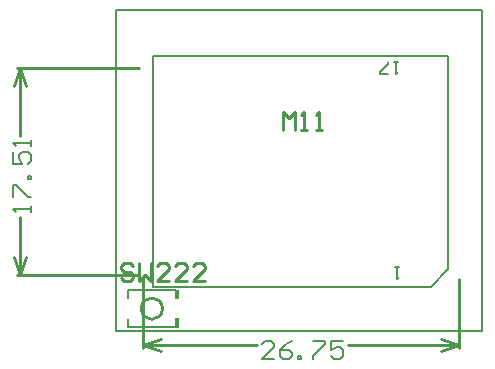
<source format=gto>
%FSLAX25Y25*%
%MOIN*%
G70*
G01*
G75*
%ADD10C,0.01000*%
%ADD11R,0.04843X0.05354*%
%ADD12C,0.03000*%
%ADD13C,0.00500*%
%ADD14C,0.00600*%
%ADD15O,0.06000X0.03000*%
%ADD16R,0.06000X0.03000*%
%ADD17R,0.02362X0.02362*%
%ADD18C,0.02000*%
%ADD19C,0.05000*%
%ADD20R,0.03347X0.02756*%
%ADD21R,0.05118X0.03937*%
%ADD22R,0.02559X0.05315*%
%ADD23O,0.01772X0.05709*%
G36*
X11877Y-17568D02*
X10677D01*
Y-14477D01*
X11877D01*
Y-17568D01*
D02*
G37*
G36*
Y-7923D02*
X10677D01*
Y-4832D01*
X11877D01*
Y-7923D01*
D02*
G37*
D10*
X6543Y-11200D02*
G03*
X6543Y-11200I-3543J0D01*
G01*
X46800Y48200D02*
Y54198D01*
X48799Y52199D01*
X50799Y54198D01*
Y48200D01*
X52798D02*
X54797D01*
X53798D01*
Y54198D01*
X52798Y53198D01*
X57796Y48200D02*
X59796D01*
X58796D01*
Y54198D01*
X57796Y53198D01*
X-3400Y3141D02*
X-4400Y4141D01*
X-6399D01*
X-7399Y3141D01*
Y2141D01*
X-6399Y1142D01*
X-4400D01*
X-3400Y142D01*
Y-858D01*
X-4400Y-1857D01*
X-6399D01*
X-7399Y-858D01*
X-1400Y4141D02*
Y-1857D01*
X599Y142D01*
X2598Y-1857D01*
Y4141D01*
X8596Y-1857D02*
X4598D01*
X8596Y2141D01*
Y3141D01*
X7597Y4141D01*
X5597D01*
X4598Y3141D01*
X14594Y-1857D02*
X10596D01*
X14594Y2141D01*
Y3141D01*
X13595Y4141D01*
X11595D01*
X10596Y3141D01*
X20592Y-1857D02*
X16594D01*
X20592Y2141D01*
Y3141D01*
X19593Y4141D01*
X17593D01*
X16594Y3141D01*
X105300Y-24400D02*
Y-1250D01*
X0Y-24400D02*
Y-1250D01*
X68291Y-23400D02*
X105300D01*
X0D02*
X38100D01*
X99300Y-21400D02*
X105300Y-23400D01*
X99300Y-25400D02*
X105300Y-23400D01*
X0D02*
X6000Y-25400D01*
X0Y-23400D02*
X6000Y-21400D01*
X-42000Y0D02*
X-1250D01*
X-42000Y68946D02*
X-1250D01*
X-41000Y0D02*
Y19277D01*
Y46469D02*
Y68946D01*
Y0D02*
X-39000Y6000D01*
X-43000D02*
X-41000Y0D01*
X-43000Y62946D02*
X-41000Y68946D01*
X-39000Y62946D01*
D13*
X3445Y-4031D02*
Y72869D01*
X101861D01*
X3445Y-4031D02*
X95945D01*
X101861Y1885D01*
Y72869D01*
X85145Y70969D02*
X83812D01*
X84478D01*
Y66970D01*
X85145Y67636D01*
X81813Y66970D02*
X79147D01*
Y67636D01*
X81813Y70302D01*
Y70969D01*
X85345Y2768D02*
X84012D01*
X84678D01*
Y-1230D01*
X85345Y-564D01*
X-9055Y-18504D02*
Y88386D01*
X-8900D02*
X112992D01*
Y-18504D02*
Y88400D01*
X-9055Y-18504D02*
X113100D01*
D14*
X-4977Y-17268D02*
X10977D01*
X-4977D02*
Y-14677D01*
Y-5132D02*
X10977D01*
X-4977Y-7723D02*
Y-5132D01*
X43699Y-28100D02*
X39700D01*
X43699Y-24101D01*
Y-23102D01*
X42699Y-22102D01*
X40700D01*
X39700Y-23102D01*
X49697Y-22102D02*
X47697Y-23102D01*
X45698Y-25101D01*
Y-27100D01*
X46698Y-28100D01*
X48697D01*
X49697Y-27100D01*
Y-26101D01*
X48697Y-25101D01*
X45698D01*
X51696Y-28100D02*
Y-27100D01*
X52696D01*
Y-28100D01*
X51696D01*
X56695Y-22102D02*
X60693D01*
Y-23102D01*
X56695Y-27100D01*
Y-28100D01*
X66691Y-22102D02*
X62693D01*
Y-25101D01*
X64692Y-24101D01*
X65692D01*
X66691Y-25101D01*
Y-27100D01*
X65692Y-28100D01*
X63692D01*
X62693Y-27100D01*
X-37401Y20877D02*
Y22876D01*
Y21877D01*
X-43399D01*
X-42399Y20877D01*
X-43399Y25875D02*
Y29874D01*
X-42399D01*
X-38401Y25875D01*
X-37401D01*
Y31873D02*
X-38401D01*
Y32873D01*
X-37401D01*
Y31873D01*
X-43399Y40870D02*
Y36872D01*
X-40400D01*
X-41400Y38871D01*
Y39871D01*
X-40400Y40870D01*
X-38401D01*
X-37401Y39871D01*
Y37871D01*
X-38401Y36872D01*
X-37401Y42870D02*
Y44869D01*
Y43869D01*
X-43399D01*
X-42399Y42870D01*
M02*

</source>
